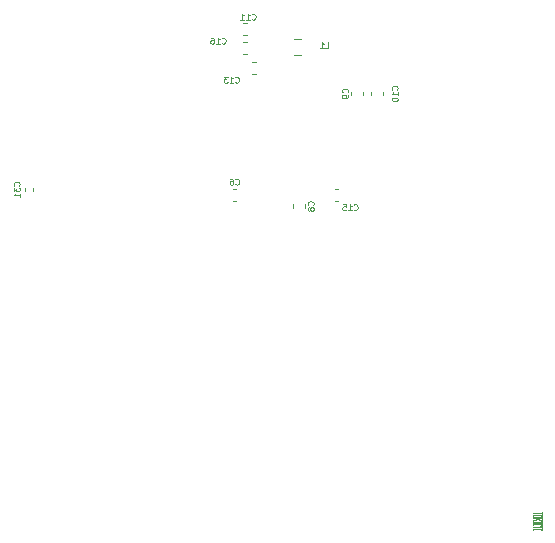
<source format=gbr>
%TF.GenerationSoftware,KiCad,Pcbnew,(5.1.9)-1*%
%TF.CreationDate,2021-09-29T12:39:09-05:00*%
%TF.ProjectId,zigbeeCape,7a696762-6565-4436-9170-652e6b696361,rev?*%
%TF.SameCoordinates,Original*%
%TF.FileFunction,Legend,Bot*%
%TF.FilePolarity,Positive*%
%FSLAX46Y46*%
G04 Gerber Fmt 4.6, Leading zero omitted, Abs format (unit mm)*
G04 Created by KiCad (PCBNEW (5.1.9)-1) date 2021-09-29 12:39:09*
%MOMM*%
%LPD*%
G01*
G04 APERTURE LIST*
%ADD10C,0.038100*%
%ADD11C,0.120000*%
%ADD12C,0.076200*%
G04 APERTURE END LIST*
D10*
X62064295Y2608942D02*
X62644866Y2608942D01*
X62760980Y2616200D01*
X62838390Y2630714D01*
X62877095Y2652485D01*
X62877095Y2667000D01*
X62877095Y2463800D02*
X62877095Y2536371D01*
X62064295Y2536371D01*
X62799685Y2325914D02*
X62838390Y2333171D01*
X62877095Y2354942D01*
X62877095Y2369457D01*
X62838390Y2391228D01*
X62760980Y2405742D01*
X62683571Y2413000D01*
X62528752Y2420257D01*
X62412638Y2420257D01*
X62257819Y2413000D01*
X62180409Y2405742D01*
X62103000Y2391228D01*
X62064295Y2369457D01*
X62064295Y2354942D01*
X62103000Y2333171D01*
X62141704Y2325914D01*
X62064295Y2217057D02*
X62644866Y2217057D01*
X62760980Y2224314D01*
X62838390Y2238828D01*
X62877095Y2260600D01*
X62877095Y2275114D01*
X62877095Y2071914D02*
X62877095Y2144485D01*
X62064295Y2144485D01*
X62799685Y1934028D02*
X62838390Y1941285D01*
X62877095Y1963057D01*
X62877095Y1977571D01*
X62838390Y1999342D01*
X62760980Y2013857D01*
X62683571Y2021114D01*
X62528752Y2028371D01*
X62412638Y2028371D01*
X62257819Y2021114D01*
X62180409Y2013857D01*
X62103000Y1999342D01*
X62064295Y1977571D01*
X62064295Y1963057D01*
X62103000Y1941285D01*
X62141704Y1934028D01*
X62064295Y1825171D02*
X62644866Y1825171D01*
X62760980Y1832428D01*
X62838390Y1846942D01*
X62877095Y1868714D01*
X62877095Y1883228D01*
X62877095Y1680028D02*
X62877095Y1752600D01*
X62064295Y1752600D01*
X62799685Y1542142D02*
X62838390Y1549400D01*
X62877095Y1571171D01*
X62877095Y1585685D01*
X62838390Y1607457D01*
X62760980Y1621971D01*
X62683571Y1629228D01*
X62528752Y1636485D01*
X62412638Y1636485D01*
X62257819Y1629228D01*
X62180409Y1621971D01*
X62103000Y1607457D01*
X62064295Y1585685D01*
X62064295Y1571171D01*
X62103000Y1549400D01*
X62141704Y1542142D01*
X62064295Y1433285D02*
X62644866Y1433285D01*
X62760980Y1440542D01*
X62838390Y1455057D01*
X62877095Y1476828D01*
X62877095Y1491342D01*
X62877095Y1288142D02*
X62877095Y1360714D01*
X62064295Y1360714D01*
X62799685Y1150257D02*
X62838390Y1157514D01*
X62877095Y1179285D01*
X62877095Y1193800D01*
X62838390Y1215571D01*
X62760980Y1230085D01*
X62683571Y1237342D01*
X62528752Y1244600D01*
X62412638Y1244600D01*
X62257819Y1237342D01*
X62180409Y1230085D01*
X62103000Y1215571D01*
X62064295Y1193800D01*
X62064295Y1179285D01*
X62103000Y1157514D01*
X62141704Y1150257D01*
D11*
%TO.C,L1*%
X42425252Y41327000D02*
X41902748Y41327000D01*
X42425252Y42747000D02*
X41902748Y42747000D01*
%TO.C,C13*%
X38627267Y39749000D02*
X38334733Y39749000D01*
X38627267Y40769000D02*
X38334733Y40769000D01*
%TO.C,C31*%
X19791000Y30087835D02*
X19791000Y29856165D01*
X19071000Y30087835D02*
X19071000Y29856165D01*
%TO.C,C8*%
X42801000Y28721267D02*
X42801000Y28428733D01*
X41781000Y28721267D02*
X41781000Y28428733D01*
%TO.C,C15*%
X45319733Y28954000D02*
X45612267Y28954000D01*
X45319733Y29974000D02*
X45612267Y29974000D01*
%TO.C,C6*%
X36976267Y28954000D02*
X36683733Y28954000D01*
X36976267Y29974000D02*
X36683733Y29974000D01*
%TO.C,C9*%
X46734000Y37953733D02*
X46734000Y38246267D01*
X47754000Y37953733D02*
X47754000Y38246267D01*
%TO.C,C10*%
X49405000Y37953733D02*
X49405000Y38246267D01*
X48385000Y37953733D02*
X48385000Y38246267D01*
%TO.C,C11*%
X37865267Y44071000D02*
X37572733Y44071000D01*
X37865267Y43051000D02*
X37572733Y43051000D01*
%TO.C,C16*%
X37865267Y42420000D02*
X37572733Y42420000D01*
X37865267Y41400000D02*
X37572733Y41400000D01*
%TO.C,L1*%
D12*
X44534666Y41934190D02*
X44776571Y41934190D01*
X44776571Y42442190D01*
X44099238Y41934190D02*
X44389523Y41934190D01*
X44244380Y41934190D02*
X44244380Y42442190D01*
X44292761Y42369619D01*
X44341142Y42321238D01*
X44389523Y42297047D01*
%TO.C,C13*%
X36902571Y39061571D02*
X36926761Y39037380D01*
X36999333Y39013190D01*
X37047714Y39013190D01*
X37120285Y39037380D01*
X37168666Y39085761D01*
X37192857Y39134142D01*
X37217047Y39230904D01*
X37217047Y39303476D01*
X37192857Y39400238D01*
X37168666Y39448619D01*
X37120285Y39497000D01*
X37047714Y39521190D01*
X36999333Y39521190D01*
X36926761Y39497000D01*
X36902571Y39472809D01*
X36418761Y39013190D02*
X36709047Y39013190D01*
X36563904Y39013190D02*
X36563904Y39521190D01*
X36612285Y39448619D01*
X36660666Y39400238D01*
X36709047Y39376047D01*
X36249428Y39521190D02*
X35934952Y39521190D01*
X36104285Y39327666D01*
X36031714Y39327666D01*
X35983333Y39303476D01*
X35959142Y39279285D01*
X35934952Y39230904D01*
X35934952Y39109952D01*
X35959142Y39061571D01*
X35983333Y39037380D01*
X36031714Y39013190D01*
X36176857Y39013190D01*
X36225238Y39037380D01*
X36249428Y39061571D01*
%TO.C,C31*%
X18596428Y30298571D02*
X18620619Y30322761D01*
X18644809Y30395333D01*
X18644809Y30443714D01*
X18620619Y30516285D01*
X18572238Y30564666D01*
X18523857Y30588857D01*
X18427095Y30613047D01*
X18354523Y30613047D01*
X18257761Y30588857D01*
X18209380Y30564666D01*
X18161000Y30516285D01*
X18136809Y30443714D01*
X18136809Y30395333D01*
X18161000Y30322761D01*
X18185190Y30298571D01*
X18136809Y30129238D02*
X18136809Y29814761D01*
X18330333Y29984095D01*
X18330333Y29911523D01*
X18354523Y29863142D01*
X18378714Y29838952D01*
X18427095Y29814761D01*
X18548047Y29814761D01*
X18596428Y29838952D01*
X18620619Y29863142D01*
X18644809Y29911523D01*
X18644809Y30056666D01*
X18620619Y30105047D01*
X18596428Y30129238D01*
X18644809Y29330952D02*
X18644809Y29621238D01*
X18644809Y29476095D02*
X18136809Y29476095D01*
X18209380Y29524476D01*
X18257761Y29572857D01*
X18281952Y29621238D01*
%TO.C,C8*%
X43488428Y28659666D02*
X43512619Y28683857D01*
X43536809Y28756428D01*
X43536809Y28804809D01*
X43512619Y28877380D01*
X43464238Y28925761D01*
X43415857Y28949952D01*
X43319095Y28974142D01*
X43246523Y28974142D01*
X43149761Y28949952D01*
X43101380Y28925761D01*
X43053000Y28877380D01*
X43028809Y28804809D01*
X43028809Y28756428D01*
X43053000Y28683857D01*
X43077190Y28659666D01*
X43246523Y28369380D02*
X43222333Y28417761D01*
X43198142Y28441952D01*
X43149761Y28466142D01*
X43125571Y28466142D01*
X43077190Y28441952D01*
X43053000Y28417761D01*
X43028809Y28369380D01*
X43028809Y28272619D01*
X43053000Y28224238D01*
X43077190Y28200047D01*
X43125571Y28175857D01*
X43149761Y28175857D01*
X43198142Y28200047D01*
X43222333Y28224238D01*
X43246523Y28272619D01*
X43246523Y28369380D01*
X43270714Y28417761D01*
X43294904Y28441952D01*
X43343285Y28466142D01*
X43440047Y28466142D01*
X43488428Y28441952D01*
X43512619Y28417761D01*
X43536809Y28369380D01*
X43536809Y28272619D01*
X43512619Y28224238D01*
X43488428Y28200047D01*
X43440047Y28175857D01*
X43343285Y28175857D01*
X43294904Y28200047D01*
X43270714Y28224238D01*
X43246523Y28272619D01*
%TO.C,C15*%
X46935571Y28266571D02*
X46959761Y28242380D01*
X47032333Y28218190D01*
X47080714Y28218190D01*
X47153285Y28242380D01*
X47201666Y28290761D01*
X47225857Y28339142D01*
X47250047Y28435904D01*
X47250047Y28508476D01*
X47225857Y28605238D01*
X47201666Y28653619D01*
X47153285Y28702000D01*
X47080714Y28726190D01*
X47032333Y28726190D01*
X46959761Y28702000D01*
X46935571Y28677809D01*
X46451761Y28218190D02*
X46742047Y28218190D01*
X46596904Y28218190D02*
X46596904Y28726190D01*
X46645285Y28653619D01*
X46693666Y28605238D01*
X46742047Y28581047D01*
X45992142Y28726190D02*
X46234047Y28726190D01*
X46258238Y28484285D01*
X46234047Y28508476D01*
X46185666Y28532666D01*
X46064714Y28532666D01*
X46016333Y28508476D01*
X45992142Y28484285D01*
X45967952Y28435904D01*
X45967952Y28314952D01*
X45992142Y28266571D01*
X46016333Y28242380D01*
X46064714Y28218190D01*
X46185666Y28218190D01*
X46234047Y28242380D01*
X46258238Y28266571D01*
%TO.C,C6*%
X36914666Y30425571D02*
X36938857Y30401380D01*
X37011428Y30377190D01*
X37059809Y30377190D01*
X37132380Y30401380D01*
X37180761Y30449761D01*
X37204952Y30498142D01*
X37229142Y30594904D01*
X37229142Y30667476D01*
X37204952Y30764238D01*
X37180761Y30812619D01*
X37132380Y30861000D01*
X37059809Y30885190D01*
X37011428Y30885190D01*
X36938857Y30861000D01*
X36914666Y30836809D01*
X36479238Y30885190D02*
X36576000Y30885190D01*
X36624380Y30861000D01*
X36648571Y30836809D01*
X36696952Y30764238D01*
X36721142Y30667476D01*
X36721142Y30473952D01*
X36696952Y30425571D01*
X36672761Y30401380D01*
X36624380Y30377190D01*
X36527619Y30377190D01*
X36479238Y30401380D01*
X36455047Y30425571D01*
X36430857Y30473952D01*
X36430857Y30594904D01*
X36455047Y30643285D01*
X36479238Y30667476D01*
X36527619Y30691666D01*
X36624380Y30691666D01*
X36672761Y30667476D01*
X36696952Y30643285D01*
X36721142Y30594904D01*
%TO.C,C9*%
X46409428Y38184666D02*
X46433619Y38208857D01*
X46457809Y38281428D01*
X46457809Y38329809D01*
X46433619Y38402380D01*
X46385238Y38450761D01*
X46336857Y38474952D01*
X46240095Y38499142D01*
X46167523Y38499142D01*
X46070761Y38474952D01*
X46022380Y38450761D01*
X45974000Y38402380D01*
X45949809Y38329809D01*
X45949809Y38281428D01*
X45974000Y38208857D01*
X45998190Y38184666D01*
X46457809Y37942761D02*
X46457809Y37846000D01*
X46433619Y37797619D01*
X46409428Y37773428D01*
X46336857Y37725047D01*
X46240095Y37700857D01*
X46046571Y37700857D01*
X45998190Y37725047D01*
X45974000Y37749238D01*
X45949809Y37797619D01*
X45949809Y37894380D01*
X45974000Y37942761D01*
X45998190Y37966952D01*
X46046571Y37991142D01*
X46167523Y37991142D01*
X46215904Y37966952D01*
X46240095Y37942761D01*
X46264285Y37894380D01*
X46264285Y37797619D01*
X46240095Y37749238D01*
X46215904Y37725047D01*
X46167523Y37700857D01*
%TO.C,C10*%
X50600428Y38426571D02*
X50624619Y38450761D01*
X50648809Y38523333D01*
X50648809Y38571714D01*
X50624619Y38644285D01*
X50576238Y38692666D01*
X50527857Y38716857D01*
X50431095Y38741047D01*
X50358523Y38741047D01*
X50261761Y38716857D01*
X50213380Y38692666D01*
X50165000Y38644285D01*
X50140809Y38571714D01*
X50140809Y38523333D01*
X50165000Y38450761D01*
X50189190Y38426571D01*
X50648809Y37942761D02*
X50648809Y38233047D01*
X50648809Y38087904D02*
X50140809Y38087904D01*
X50213380Y38136285D01*
X50261761Y38184666D01*
X50285952Y38233047D01*
X50140809Y37628285D02*
X50140809Y37579904D01*
X50165000Y37531523D01*
X50189190Y37507333D01*
X50237571Y37483142D01*
X50334333Y37458952D01*
X50455285Y37458952D01*
X50552047Y37483142D01*
X50600428Y37507333D01*
X50624619Y37531523D01*
X50648809Y37579904D01*
X50648809Y37628285D01*
X50624619Y37676666D01*
X50600428Y37700857D01*
X50552047Y37725047D01*
X50455285Y37749238D01*
X50334333Y37749238D01*
X50237571Y37725047D01*
X50189190Y37700857D01*
X50165000Y37676666D01*
X50140809Y37628285D01*
%TO.C,C11*%
X38299571Y44395571D02*
X38323761Y44371380D01*
X38396333Y44347190D01*
X38444714Y44347190D01*
X38517285Y44371380D01*
X38565666Y44419761D01*
X38589857Y44468142D01*
X38614047Y44564904D01*
X38614047Y44637476D01*
X38589857Y44734238D01*
X38565666Y44782619D01*
X38517285Y44831000D01*
X38444714Y44855190D01*
X38396333Y44855190D01*
X38323761Y44831000D01*
X38299571Y44806809D01*
X37815761Y44347190D02*
X38106047Y44347190D01*
X37960904Y44347190D02*
X37960904Y44855190D01*
X38009285Y44782619D01*
X38057666Y44734238D01*
X38106047Y44710047D01*
X37331952Y44347190D02*
X37622238Y44347190D01*
X37477095Y44347190D02*
X37477095Y44855190D01*
X37525476Y44782619D01*
X37573857Y44734238D01*
X37622238Y44710047D01*
%TO.C,C16*%
X35759571Y42363571D02*
X35783761Y42339380D01*
X35856333Y42315190D01*
X35904714Y42315190D01*
X35977285Y42339380D01*
X36025666Y42387761D01*
X36049857Y42436142D01*
X36074047Y42532904D01*
X36074047Y42605476D01*
X36049857Y42702238D01*
X36025666Y42750619D01*
X35977285Y42799000D01*
X35904714Y42823190D01*
X35856333Y42823190D01*
X35783761Y42799000D01*
X35759571Y42774809D01*
X35275761Y42315190D02*
X35566047Y42315190D01*
X35420904Y42315190D02*
X35420904Y42823190D01*
X35469285Y42750619D01*
X35517666Y42702238D01*
X35566047Y42678047D01*
X34840333Y42823190D02*
X34937095Y42823190D01*
X34985476Y42799000D01*
X35009666Y42774809D01*
X35058047Y42702238D01*
X35082238Y42605476D01*
X35082238Y42411952D01*
X35058047Y42363571D01*
X35033857Y42339380D01*
X34985476Y42315190D01*
X34888714Y42315190D01*
X34840333Y42339380D01*
X34816142Y42363571D01*
X34791952Y42411952D01*
X34791952Y42532904D01*
X34816142Y42581285D01*
X34840333Y42605476D01*
X34888714Y42629666D01*
X34985476Y42629666D01*
X35033857Y42605476D01*
X35058047Y42581285D01*
X35082238Y42532904D01*
%TD*%
M02*

</source>
